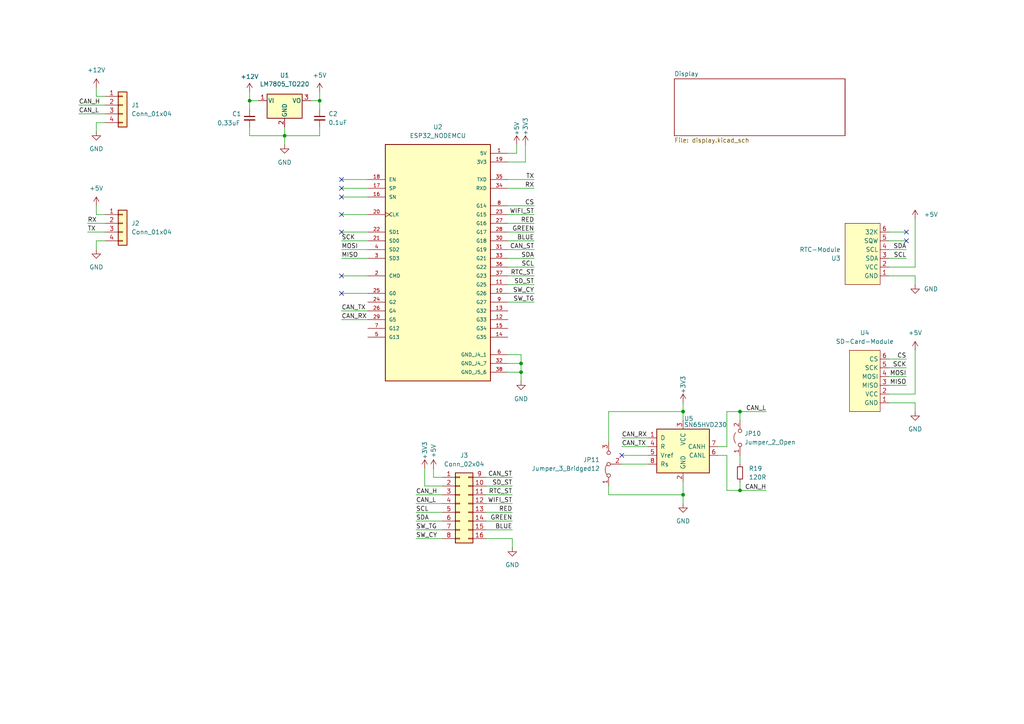
<source format=kicad_sch>
(kicad_sch (version 20231120) (generator "eeschema") (generator_version "8.0")
  (paper "A4")
  (lib_symbols
    (symbol "+5V_1" (power) (pin_numbers hide) (pin_names (offset 0) hide)
      (property "Value" "+5V" (at 0 3.556 0))
      (symbol "+5V_1_0_1"
        (polyline (pts (xy -0.762 1.27) (xy 0 2.54)))
        (polyline (pts (xy 0 0) (xy 0 2.54)))
        (polyline (pts (xy 0 2.54) (xy 0.762 1.27)))
      )
      (symbol "+5V_1_1_1"
        (pin power_in line (at 0 0 90) (length 0) (name "~") (number "1"))
      )
    )
    (symbol "Connector_Generic:Conn_01x04" (pin_names (offset 1.016) hide)
      (property "Reference" "J" (at 0 5.08 0))
      (property "Value" "Conn_01x04" (at 0 -7.62 0))
      (symbol "Conn_01x04_1_1"
        (rectangle (start -1.27 -4.953) (end 0 -5.207) (stroke (width 0.1524)))
        (rectangle (start -1.27 -2.413) (end 0 -2.667) (stroke (width 0.1524)))
        (rectangle (start -1.27 0.127) (end 0 -0.127) (stroke (width 0.1524)))
        (rectangle (start -1.27 2.667) (end 0 2.413) (stroke (width 0.1524)))
        (rectangle (start -1.27 3.81) (end 1.27 -6.35) (stroke (width 0.254)) (fill (type background)))
        (pin passive line (at -5.08 2.54 0) (length 3.81) (name "Pin_1") (number "1"))
        (pin passive line (at -5.08 0 0) (length 3.81) (name "Pin_2") (number "2"))
        (pin passive line (at -5.08 -2.54 0) (length 3.81) (name "Pin_3") (number "3"))
        (pin passive line (at -5.08 -5.08 0) (length 3.81) (name "Pin_4") (number "4"))
      )
    )
    (symbol "Connector_Generic:Conn_02x08_Top_Bottom" (pin_names (offset 1.016) hide)
      (property "Reference" "J" (at 1.27 10.16 0))
      (property "Value" "Conn_02x08_Top_Bottom" (at 1.27 -12.7 0))
      (symbol "Conn_02x08_Top_Bottom_1_1"
        (rectangle (start -1.27 -10.033) (end 0 -10.287) (stroke (width 0.1524)))
        (rectangle (start -1.27 -7.493) (end 0 -7.747) (stroke (width 0.1524)))
        (rectangle (start -1.27 -4.953) (end 0 -5.207) (stroke (width 0.1524)))
        (rectangle (start -1.27 -2.413) (end 0 -2.667) (stroke (width 0.1524)))
        (rectangle (start -1.27 0.127) (end 0 -0.127) (stroke (width 0.1524)))
        (rectangle (start -1.27 2.667) (end 0 2.413) (stroke (width 0.1524)))
        (rectangle (start -1.27 5.207) (end 0 4.953) (stroke (width 0.1524)))
        (rectangle (start -1.27 7.747) (end 0 7.493) (stroke (width 0.1524)))
        (rectangle (start -1.27 8.89) (end 3.81 -11.43) (stroke (width 0.254)) (fill (type background)))
        (rectangle (start 3.81 -10.033) (end 2.54 -10.287) (stroke (width 0.1524)))
        (rectangle (start 3.81 -7.493) (end 2.54 -7.747) (stroke (width 0.1524)))
        (rectangle (start 3.81 -4.953) (end 2.54 -5.207) (stroke (width 0.1524)))
        (rectangle (start 3.81 -2.413) (end 2.54 -2.667) (stroke (width 0.1524)))
        (rectangle (start 3.81 0.127) (end 2.54 -0.127) (stroke (width 0.1524)))
        (rectangle (start 3.81 2.667) (end 2.54 2.413) (stroke (width 0.1524)))
        (rectangle (start 3.81 5.207) (end 2.54 4.953) (stroke (width 0.1524)))
        (rectangle (start 3.81 7.747) (end 2.54 7.493) (stroke (width 0.1524)))
        (pin passive line (at -5.08 7.62 0) (length 3.81) (name "Pin_1") (number "1"))
        (pin passive line (at 7.62 5.08 180) (length 3.81) (name "Pin_10") (number "10"))
        (pin passive line (at 7.62 2.54 180) (length 3.81) (name "Pin_11") (number "11"))
        (pin passive line (at 7.62 0 180) (length 3.81) (name "Pin_12") (number "12"))
        (pin passive line (at 7.62 -2.54 180) (length 3.81) (name "Pin_13") (number "13"))
        (pin passive line (at 7.62 -5.08 180) (length 3.81) (name "Pin_14") (number "14"))
        (pin passive line (at 7.62 -7.62 180) (length 3.81) (name "Pin_15") (number "15"))
        (pin passive line (at 7.62 -10.16 180) (length 3.81) (name "Pin_16") (number "16"))
        (pin passive line (at -5.08 5.08 0) (length 3.81) (name "Pin_2") (number "2"))
        (pin passive line (at -5.08 2.54 0) (length 3.81) (name "Pin_3") (number "3"))
        (pin passive line (at -5.08 0 0) (length 3.81) (name "Pin_4") (number "4"))
        (pin passive line (at -5.08 -2.54 0) (length 3.81) (name "Pin_5") (number "5"))
        (pin passive line (at -5.08 -5.08 0) (length 3.81) (name "Pin_6") (number "6"))
        (pin passive line (at -5.08 -7.62 0) (length 3.81) (name "Pin_7") (number "7"))
        (pin passive line (at -5.08 -10.16 0) (length 3.81) (name "Pin_8") (number "8"))
        (pin passive line (at 7.62 7.62 180) (length 3.81) (name "Pin_9") (number "9"))
      )
    )
    (symbol "Device:C_Small" (pin_numbers hide) (pin_names (offset 0.254) hide)
      (property "Reference" "C" (at 0.254 1.778 0))
      (property "Value" "C_Small" (at 0.254 -2.032 0))
      (symbol "C_Small_0_1"
        (polyline (pts (xy -1.524 -0.508) (xy 1.524 -0.508)) (stroke (width 0.3302)))
        (polyline (pts (xy -1.524 0.508) (xy 1.524 0.508)) (stroke (width 0.3048)))
      )
      (symbol "C_Small_1_1"
        (pin passive line (at 0 2.54 270) (length 2.032) (name "~") (number "1"))
        (pin passive line (at 0 -2.54 90) (length 2.032) (name "~") (number "2"))
      )
    )
    (symbol "Device:R_Small" (pin_numbers hide) (pin_names (offset 0.254) hide)
      (property "Reference" "R" (at 0.762 0.508 0))
      (property "Value" "R_Small" (at 0.762 -1.016 0))
      (symbol "R_Small_0_1"
        (rectangle (start -0.762 1.778) (end 0.762 -1.778) (stroke (width 0.2032)))
      )
      (symbol "R_Small_1_1"
        (pin passive line (at 0 2.54 270) (length 0.762) (name "~") (number "1"))
        (pin passive line (at 0 -2.54 90) (length 0.762) (name "~") (number "2"))
      )
    )
    (symbol "ESP32_NODEMCU:ESP32_NODEMCU" (pin_names (offset 1.016))
      (property "Reference" "U3" (at 0 40.64 0))
      (property "Value" "ESP32_NODEMCU" (at 0 38.1 0))
      (symbol "ESP32_NODEMCU_0_0"
        (rectangle (start -15.24 -33.02) (end 15.24 35.56) (stroke (width 0.254)) (fill (type background)))
      )
      (symbol "ESP32_NODEMCU_1_0"
        (pin power_in line (at 20.32 33.02 180) (length 5.08) (name "5V") (number "1"))
        (pin bidirectional line (at 20.32 -7.62 180) (length 5.08) (name "G26") (number "10"))
        (pin bidirectional line (at 20.32 -5.08 180) (length 5.08) (name "G25") (number "11"))
        (pin bidirectional line (at 20.32 -15.24 180) (length 5.08) (name "G33") (number "12"))
        (pin bidirectional line (at 20.32 -12.7 180) (length 5.08) (name "G32") (number "13"))
        (pin bidirectional line (at 20.32 -20.32 180) (length 5.08) (name "G35") (number "14"))
        (pin bidirectional line (at 20.32 -17.78 180) (length 5.08) (name "G34") (number "15"))
        (pin input line (at -20.32 20.32 0) (length 5.08) (name "SN") (number "16"))
        (pin input line (at -20.32 22.86 0) (length 5.08) (name "SP") (number "17"))
        (pin input line (at -20.32 25.4 0) (length 5.08) (name "EN") (number "18"))
        (pin power_in line (at 20.32 30.48 180) (length 5.08) (name "3V3") (number "19"))
        (pin bidirectional line (at -20.32 -2.54 0) (length 5.08) (name "CMD") (number "2"))
        (pin input clock (at -20.32 15.24 0) (length 5.08) (name "CLK") (number "20"))
        (pin bidirectional line (at -20.32 7.62 0) (length 5.08) (name "SD0") (number "21"))
        (pin bidirectional line (at -20.32 10.16 0) (length 5.08) (name "SD1") (number "22"))
        (pin bidirectional line (at 20.32 15.24 180) (length 5.08) (name "G15") (number "23"))
        (pin bidirectional line (at -20.32 -10.16 0) (length 5.08) (name "G2") (number "24"))
        (pin bidirectional line (at -20.32 -7.62 0) (length 5.08) (name "G0") (number "25"))
        (pin bidirectional line (at -20.32 -12.7 0) (length 5.08) (name "G4") (number "26"))
        (pin bidirectional line (at 20.32 12.7 180) (length 5.08) (name "G16") (number "27"))
        (pin bidirectional line (at 20.32 10.16 180) (length 5.08) (name "G17") (number "28"))
        (pin bidirectional line (at -20.32 -15.24 0) (length 5.08) (name "G5") (number "29"))
        (pin bidirectional line (at -20.32 2.54 0) (length 5.08) (name "SD3") (number "3"))
        (pin bidirectional line (at 20.32 7.62 180) (length 5.08) (name "G18") (number "30"))
        (pin bidirectional line (at 20.32 5.08 180) (length 5.08) (name "G19") (number "31"))
        (pin power_in line (at 20.32 -27.94 180) (length 5.08) (name "GND_J4_7") (number "32"))
        (pin bidirectional line (at 20.32 2.54 180) (length 5.08) (name "G21") (number "33"))
        (pin input line (at 20.32 22.86 180) (length 5.08) (name "RXD") (number "34"))
        (pin output line (at 20.32 25.4 180) (length 5.08) (name "TXD") (number "35"))
        (pin bidirectional line (at 20.32 0 180) (length 5.08) (name "G22") (number "36"))
        (pin bidirectional line (at 20.32 -2.54 180) (length 5.08) (name "G23") (number "37"))
        (pin power_in line (at 20.32 -30.48 180) (length 5.08) (name "GND_J5_6") (number "38"))
        (pin bidirectional line (at -20.32 5.08 0) (length 5.08) (name "SD2") (number "4"))
        (pin bidirectional line (at -20.32 -20.32 0) (length 5.08) (name "G13") (number "5"))
        (pin power_in line (at 20.32 -25.4 180) (length 5.08) (name "GND_J4_1") (number "6"))
        (pin bidirectional line (at -20.32 -17.78 0) (length 5.08) (name "G12") (number "7"))
        (pin bidirectional line (at 20.32 17.78 180) (length 5.08) (name "G14") (number "8"))
        (pin bidirectional line (at 20.32 -10.16 180) (length 5.08) (name "G27") (number "9"))
      )
    )
    (symbol "Interface_CAN_LIN:SN65HVD230" (pin_names (offset 1.016))
      (property "Reference" "U" (at -2.54 10.16 0))
      (property "Value" "SN65HVD230" (at -2.54 7.62 0))
      (symbol "SN65HVD230_0_1"
        (rectangle (start -7.62 5.08) (end 7.62 -7.62) (stroke (width 0.254)) (fill (type background)))
      )
      (symbol "SN65HVD230_1_1"
        (pin input line (at -10.16 2.54 0) (length 2.54) (name "D") (number "1"))
        (pin power_in line (at 0 -10.16 90) (length 2.54) (name "GND") (number "2"))
        (pin power_in line (at 0 7.62 270) (length 2.54) (name "VCC") (number "3"))
        (pin output line (at -10.16 0 0) (length 2.54) (name "R") (number "4"))
        (pin output line (at -10.16 -2.54 0) (length 2.54) (name "Vref") (number "5"))
        (pin bidirectional line (at 10.16 -2.54 180) (length 2.54) (name "CANL") (number "6"))
        (pin bidirectional line (at 10.16 0 180) (length 2.54) (name "CANH") (number "7"))
        (pin input line (at -10.16 -5.08 0) (length 2.54) (name "Rs") (number "8"))
      )
    )
    (symbol "Jumper:Jumper_2_Open" (pin_names (offset 0) hide)
      (property "Reference" "JP" (at 0 2.794 0))
      (property "Value" "Jumper_2_Open" (at 0 -2.286 0))
      (symbol "Jumper_2_Open_0_0"
        (circle (center -2.032 0) (radius 0.508))
        (circle (center 2.032 0) (radius 0.508))
      )
      (symbol "Jumper_2_Open_0_1"
        (arc (start 1.524 1.27) (mid 0 1.778) (end -1.524 1.27))
      )
      (symbol "Jumper_2_Open_1_1"
        (pin passive line (at -5.08 0 0) (length 2.54) (name "A") (number "1"))
        (pin passive line (at 5.08 0 180) (length 2.54) (name "B") (number "2"))
      )
    )
    (symbol "Jumper:Jumper_3_Bridged12" (pin_names (offset 0) hide)
      (property "Reference" "JP" (at -2.54 -2.54 0))
      (property "Value" "Jumper_3_Bridged12" (at 0 2.794 0))
      (symbol "Jumper_3_Bridged12_0_0"
        (circle (center -3.302 0) (radius 0.508))
        (circle (center 0 0) (radius 0.508))
        (circle (center 3.302 0) (radius 0.508))
      )
      (symbol "Jumper_3_Bridged12_0_1"
        (arc (start -0.254 0.508) (mid -1.651 0.9912) (end -3.048 0.508))
        (polyline (pts (xy 0 -1.27) (xy 0 -0.508)))
      )
      (symbol "Jumper_3_Bridged12_1_1"
        (pin passive line (at -6.35 0 0) (length 2.54) (name "A") (number "1"))
        (pin passive line (at 0 -3.81 90) (length 2.54) (name "C") (number "2"))
        (pin passive line (at 6.35 0 180) (length 2.54) (name "B") (number "3"))
      )
    )
    (symbol "RTC-Module:RTC-Module"
      (property "Reference" "U3" (at 6.35 -7.62 0))
      (property "Value" "RTC-Module" (at 6.35 -10.16 0))
      (symbol "RTC-Module_1_1"
        (rectangle (start -5.08 0) (end 5.08 -17.78) (fill (type background)))
        (pin passive line (at -7.62 -2.54 0) (length 2.54) (name "GND") (number "1"))
        (pin power_in line (at -7.62 -5.08 0) (length 2.54) (name "VCC") (number "2"))
        (pin bidirectional line (at -7.62 -7.62 0) (length 2.54) (name "SDA") (number "3"))
        (pin bidirectional line (at -7.62 -10.16 0) (length 2.54) (name "SCL") (number "4"))
        (pin output line (at -7.62 -12.7 0) (length 2.54) (name "SQW") (number "5"))
        (pin output line (at -7.62 -15.24 0) (length 2.54) (name "32K") (number "6"))
      )
    )
    (symbol "Regulator_Linear:LM7805_TO220" (pin_names (offset 0.254))
      (property "Reference" "U" (at -3.81 3.175 0))
      (property "Value" "LM7805_TO220" (at 0 3.175 0))
      (symbol "LM7805_TO220_0_1"
        (rectangle (start -5.08 1.905) (end 5.08 -5.08) (stroke (width 0.254)) (fill (type background)))
      )
      (symbol "LM7805_TO220_1_1"
        (pin power_in line (at -7.62 0 0) (length 2.54) (name "VI") (number "1"))
        (pin power_in line (at 0 -7.62 90) (length 2.54) (name "GND") (number "2"))
        (pin power_out line (at 7.62 0 180) (length 2.54) (name "VO") (number "3"))
      )
    )
    (symbol "SD-Card-Module:SD-Card-Module"
      (property "Reference" "U" (at 0 0 0))
      (property "Value" "SD-Card-Module" (at 0 -2.54 0))
      (symbol "SD-Card-Module_1_1"
        (rectangle (start -3.81 -5.08) (end 5.08 -22.86) (fill (type background)))
        (pin passive line (at 7.62 -20.32 180) (length 2.54) (name "GND") (number "1"))
        (pin power_in line (at 7.62 -17.78 180) (length 2.54) (name "VCC") (number "2"))
        (pin bidirectional line (at 7.62 -15.24 180) (length 2.54) (name "MISO") (number "3"))
        (pin bidirectional line (at 7.62 -12.7 180) (length 2.54) (name "MOSI") (number "4"))
        (pin bidirectional line (at 7.62 -10.16 180) (length 2.54) (name "SCK") (number "5"))
        (pin bidirectional line (at 7.62 -7.62 180) (length 2.54) (name "CS") (number "6"))
      )
    )
    (symbol "power:+12V" (power) (pin_names (offset 0))
      (property "Value" "+12V" (at 0 3.556 0))
      (symbol "+12V_0_1"
        (polyline (pts (xy -0.762 1.27) (xy 0 2.54)))
        (polyline (pts (xy 0 0) (xy 0 2.54)))
        (polyline (pts (xy 0 2.54) (xy 0.762 1.27)))
      )
      (symbol "+12V_1_1"
        (pin power_in line (at 0 0 90) (length 0) hide (name "+12V") (number "1"))
      )
    )
    (symbol "power:+3V3" (power) (pin_names (offset 0))
      (property "Value" "+3V3" (at 0 3.556 0))
      (symbol "+3V3_0_1"
        (polyline (pts (xy -0.762 1.27) (xy 0 2.54)))
        (polyline (pts (xy 0 0) (xy 0 2.54)))
        (polyline (pts (xy 0 2.54) (xy 0.762 1.27)))
      )
      (symbol "+3V3_1_1"
        (pin power_in line (at 0 0 90) (length 0) hide (name "+3V3") (number "1"))
      )
    )
    (symbol "power:+5V" (power) (pin_names (offset 0))
      (property "Value" "+5V" (at 0 3.556 0))
      (symbol "+5V_0_1"
        (polyline (pts (xy -0.762 1.27) (xy 0 2.54)))
        (polyline (pts (xy 0 0) (xy 0 2.54)))
        (polyline (pts (xy 0 2.54) (xy 0.762 1.27)))
      )
      (symbol "+5V_1_1"
        (pin power_in line (at 0 0 90) (length 0) hide (name "+5V") (number "1"))
      )
    )
    (symbol "power:GND" (power) (pin_names (offset 0))
      (property "Value" "GND" (at 0 -3.81 0))
      (symbol "GND_0_1"
        (polyline (pts (xy 0 0) (xy 0 -1.27) (xy 1.27 -1.27) (xy 0 -2.54) (xy -1.27 -1.27) (xy 0 -1.27)))
      )
      (symbol "GND_1_1"
        (pin power_in line (at 0 0 270) (length 0) hide (name "GND") (number "1"))
      )
    )
  )
  (junction (at 92.71 29.21))
  (junction (at 151.13 107.95))
  (junction (at 198.12 119.38))
  (junction (at 82.55 39.37))
  (junction (at 214.63 142.24))
  (junction (at 214.63 119.38))
  (junction (at 72.39 29.21))
  (junction (at 151.13 105.41))
  (junction (at 198.12 143.51))
  (no_connect (at 99.06 67.31))
  (no_connect (at 180.34 132.08))
  (no_connect (at 99.06 52.07))
  (no_connect (at 99.06 85.09))
  (no_connect (at 262.89 69.85))
  (no_connect (at 262.89 67.31))
  (no_connect (at 99.06 80.01))
  (no_connect (at 99.06 62.23))
  (no_connect (at 99.06 54.61))
  (no_connect (at 99.06 57.15))
  (wire (pts (xy 214.63 132.08) (xy 214.63 134.62)))
  (wire (pts (xy 147.32 62.23) (xy 154.94 62.23)))
  (wire (pts (xy 262.89 67.31) (xy 257.81 67.31)))
  (wire (pts (xy 257.81 74.93) (xy 262.89 74.93)))
  (wire (pts (xy 147.32 82.55) (xy 154.94 82.55)))
  (wire (pts (xy 30.48 27.94) (xy 27.94 27.94)))
  (wire (pts (xy 176.53 119.38) (xy 198.12 119.38)))
  (wire (pts (xy 147.32 74.93) (xy 154.94 74.93)))
  (wire (pts (xy 22.86 33.02) (xy 30.48 33.02)))
  (wire (pts (xy 210.82 119.38) (xy 210.82 129.54)))
  (wire (pts (xy 99.06 52.07) (xy 106.68 52.07)))
  (wire (pts (xy 147.32 54.61) (xy 154.94 54.61)))
  (wire (pts (xy 99.06 80.01) (xy 106.68 80.01)))
  (wire (pts (xy 257.81 77.47) (xy 265.43 77.47)))
  (wire (pts (xy 147.32 59.69) (xy 154.94 59.69)))
  (wire (pts (xy 265.43 101.6) (xy 265.43 114.3)))
  (wire (pts (xy 99.06 67.31) (xy 106.68 67.31)))
  (wire (pts (xy 30.48 64.77) (xy 25.4 64.77)))
  (wire (pts (xy 180.34 132.08) (xy 187.96 132.08)))
  (wire (pts (xy 147.32 52.07) (xy 154.94 52.07)))
  (wire (pts (xy 176.53 143.51) (xy 198.12 143.51)))
  (wire (pts (xy 120.65 156.21) (xy 128.27 156.21)))
  (wire (pts (xy 257.81 104.14) (xy 262.89 104.14)))
  (wire (pts (xy 152.4 41.91) (xy 152.4 46.99)))
  (wire (pts (xy 149.86 41.91) (xy 149.86 44.45)))
  (wire (pts (xy 147.32 107.95) (xy 151.13 107.95)))
  (wire (pts (xy 147.32 105.41) (xy 151.13 105.41)))
  (wire (pts (xy 92.71 39.37) (xy 92.71 36.83)))
  (wire (pts (xy 147.32 102.87) (xy 151.13 102.87)))
  (wire (pts (xy 257.81 116.84) (xy 265.43 116.84)))
  (wire (pts (xy 210.82 142.24) (xy 210.82 132.08)))
  (wire (pts (xy 120.65 146.05) (xy 128.27 146.05)))
  (wire (pts (xy 27.94 62.23) (xy 30.48 62.23)))
  (wire (pts (xy 125.73 135.89) (xy 125.73 138.43)))
  (wire (pts (xy 180.34 127) (xy 187.96 127)))
  (wire (pts (xy 198.12 116.84) (xy 198.12 119.38)))
  (wire (pts (xy 125.73 138.43) (xy 128.27 138.43)))
  (wire (pts (xy 22.86 30.48) (xy 30.48 30.48)))
  (wire (pts (xy 106.68 72.39) (xy 99.06 72.39)))
  (wire (pts (xy 82.55 39.37) (xy 92.71 39.37)))
  (wire (pts (xy 82.55 39.37) (xy 82.55 41.91)))
  (wire (pts (xy 151.13 107.95) (xy 151.13 105.41)))
  (wire (pts (xy 27.94 25.4) (xy 27.94 27.94)))
  (wire (pts (xy 90.17 29.21) (xy 92.71 29.21)))
  (wire (pts (xy 265.43 80.01) (xy 257.81 80.01)))
  (wire (pts (xy 82.55 36.83) (xy 82.55 39.37)))
  (wire (pts (xy 140.97 143.51) (xy 148.59 143.51)))
  (wire (pts (xy 180.34 134.62) (xy 187.96 134.62)))
  (wire (pts (xy 99.06 57.15) (xy 106.68 57.15)))
  (wire (pts (xy 106.68 69.85) (xy 99.06 69.85)))
  (wire (pts (xy 198.12 119.38) (xy 198.12 121.92)))
  (wire (pts (xy 210.82 142.24) (xy 214.63 142.24)))
  (wire (pts (xy 151.13 105.41) (xy 151.13 102.87)))
  (wire (pts (xy 120.65 151.13) (xy 128.27 151.13)))
  (wire (pts (xy 147.32 72.39) (xy 154.94 72.39)))
  (wire (pts (xy 72.39 39.37) (xy 82.55 39.37)))
  (wire (pts (xy 147.32 67.31) (xy 154.94 67.31)))
  (wire (pts (xy 147.32 64.77) (xy 154.94 64.77)))
  (wire (pts (xy 106.68 74.93) (xy 99.06 74.93)))
  (wire (pts (xy 140.97 151.13) (xy 148.59 151.13)))
  (wire (pts (xy 147.32 46.99) (xy 152.4 46.99)))
  (wire (pts (xy 72.39 29.21) (xy 72.39 31.75)))
  (wire (pts (xy 257.81 106.68) (xy 262.89 106.68)))
  (wire (pts (xy 214.63 119.38) (xy 214.63 121.92)))
  (wire (pts (xy 120.65 148.59) (xy 128.27 148.59)))
  (wire (pts (xy 147.32 69.85) (xy 154.94 69.85)))
  (wire (pts (xy 265.43 114.3) (xy 257.81 114.3)))
  (wire (pts (xy 140.97 146.05) (xy 148.59 146.05)))
  (wire (pts (xy 92.71 29.21) (xy 92.71 31.75)))
  (wire (pts (xy 257.81 111.76) (xy 262.89 111.76)))
  (wire (pts (xy 176.53 140.97) (xy 176.53 143.51)))
  (wire (pts (xy 198.12 146.05) (xy 198.12 143.51)))
  (wire (pts (xy 147.32 44.45) (xy 149.86 44.45)))
  (wire (pts (xy 154.94 87.63) (xy 147.32 87.63)))
  (wire (pts (xy 198.12 139.7) (xy 198.12 143.51)))
  (wire (pts (xy 222.25 119.38) (xy 214.63 119.38)))
  (wire (pts (xy 30.48 35.56) (xy 27.94 35.56)))
  (wire (pts (xy 30.48 69.85) (xy 27.94 69.85)))
  (wire (pts (xy 154.94 85.09) (xy 147.32 85.09)))
  (wire (pts (xy 99.06 62.23) (xy 106.68 62.23)))
  (wire (pts (xy 123.19 140.97) (xy 128.27 140.97)))
  (wire (pts (xy 151.13 107.95) (xy 151.13 110.49)))
  (wire (pts (xy 140.97 148.59) (xy 148.59 148.59)))
  (wire (pts (xy 176.53 128.27) (xy 176.53 119.38)))
  (wire (pts (xy 27.94 59.69) (xy 27.94 62.23)))
  (wire (pts (xy 99.06 85.09) (xy 106.68 85.09)))
  (wire (pts (xy 140.97 138.43) (xy 148.59 138.43)))
  (wire (pts (xy 99.06 90.17) (xy 106.68 90.17)))
  (wire (pts (xy 214.63 119.38) (xy 210.82 119.38)))
  (wire (pts (xy 140.97 153.67) (xy 148.59 153.67)))
  (wire (pts (xy 123.19 135.89) (xy 123.19 140.97)))
  (wire (pts (xy 99.06 92.71) (xy 106.68 92.71)))
  (wire (pts (xy 72.39 36.83) (xy 72.39 39.37)))
  (wire (pts (xy 120.65 153.67) (xy 128.27 153.67)))
  (wire (pts (xy 140.97 156.21) (xy 148.59 156.21)))
  (wire (pts (xy 120.65 143.51) (xy 128.27 143.51)))
  (wire (pts (xy 147.32 80.01) (xy 154.94 80.01)))
  (wire (pts (xy 265.43 82.55) (xy 265.43 80.01)))
  (wire (pts (xy 99.06 54.61) (xy 106.68 54.61)))
  (wire (pts (xy 210.82 132.08) (xy 208.28 132.08)))
  (wire (pts (xy 92.71 26.67) (xy 92.71 29.21)))
  (wire (pts (xy 72.39 29.21) (xy 74.93 29.21)))
  (wire (pts (xy 147.32 77.47) (xy 154.94 77.47)))
  (wire (pts (xy 210.82 129.54) (xy 208.28 129.54)))
  (wire (pts (xy 214.63 139.7) (xy 214.63 142.24)))
  (wire (pts (xy 257.81 109.22) (xy 262.89 109.22)))
  (wire (pts (xy 27.94 69.85) (xy 27.94 72.39)))
  (wire (pts (xy 265.43 116.84) (xy 265.43 119.38)))
  (wire (pts (xy 180.34 129.54) (xy 187.96 129.54)))
  (wire (pts (xy 140.97 140.97) (xy 148.59 140.97)))
  (wire (pts (xy 262.89 69.85) (xy 257.81 69.85)))
  (wire (pts (xy 27.94 35.56) (xy 27.94 38.1)))
  (wire (pts (xy 30.48 67.31) (xy 25.4 67.31)))
  (wire (pts (xy 72.39 26.67) (xy 72.39 29.21)))
  (wire (pts (xy 265.43 63.5) (xy 265.43 77.47)))
  (wire (pts (xy 148.59 156.21) (xy 148.59 158.75)))
  (wire (pts (xy 257.81 72.39) (xy 262.89 72.39)))
  (wire (pts (xy 214.63 142.24) (xy 222.25 142.24)))
  (label "CAN_RX" (at 180.34 127 0))
  (label "CAN_H" (at 120.65 143.51 0))
  (label "CAN_RX" (at 99.06 92.71 0))
  (label "SDA" (at 154.94 74.93 180))
  (label "SCL" (at 120.65 148.59 0))
  (label "SCL" (at 262.89 74.93 180))
  (label "CS" (at 154.94 59.69 180))
  (label "CAN_ST" (at 148.59 138.43 180))
  (label "CAN_ST" (at 154.94 72.39 180))
  (label "RX" (at 154.94 54.61 180))
  (label "WIFI_ST" (at 148.59 146.05 180))
  (label "SCK" (at 262.89 106.68 180))
  (label "CAN_TX" (at 180.34 129.54 0))
  (label "SDA" (at 262.89 72.39 180))
  (label "CAN_L" (at 22.86 33.02 0))
  (label "MOSI" (at 262.89 109.22 180))
  (label "TX" (at 25.4 67.31 0))
  (label "RED" (at 154.94 64.77 180))
  (label "SCK" (at 99.06 69.85 0))
  (label "SCL" (at 154.94 77.47 180))
  (label "MISO" (at 262.89 111.76 180))
  (label "SW_TG" (at 120.65 153.67 0))
  (label "RTC_ST" (at 154.94 80.01 180))
  (label "SDA" (at 120.65 151.13 0))
  (label "CAN_H" (at 222.25 142.24 180))
  (label "CAN_H" (at 22.86 30.48 0))
  (label "SD_ST" (at 154.94 82.55 180))
  (label "GREEN" (at 148.59 151.13 180))
  (label "SW_CY" (at 154.94 85.09 180))
  (label "WIFI_ST" (at 154.94 62.23 180))
  (label "MISO" (at 99.06 74.93 0))
  (label "CAN_L" (at 222.25 119.38 180))
  (label "SD_ST" (at 148.59 140.97 180))
  (label "CAN_TX" (at 99.06 90.17 0))
  (label "GREEN" (at 154.94 67.31 180))
  (label "SW_TG" (at 154.94 87.63 180))
  (label "RX" (at 25.4 64.77 0))
  (label "RED" (at 148.59 148.59 180))
  (label "RTC_ST" (at 148.59 143.51 180))
  (label "TX" (at 154.94 52.07 180))
  (label "CS" (at 262.89 104.14 180))
  (label "BLUE" (at 148.59 153.67 180))
  (label "BLUE" (at 154.94 69.85 180))
  (label "MOSI" (at 99.06 72.39 0))
  (label "SW_CY" (at 120.65 156.21 0))
  (label "CAN_L" (at 120.65 146.05 0))
  (symbol (lib_id "ESP32_NODEMCU:ESP32_NODEMCU") (at 127 77.47 0) (unit 1)
    (property "Reference" "U2" (at 127 36.83 0))
    (property "Value" "ESP32_NODEMCU" (at 127 39.37 0))
    (property "Footprint" "esp32:esp32" (effects (hide yes)))
    (property "Description" "\nNodeMCU is an open source loT platform. ESP32 is a series of low cost, low power\nsystem-on-chip (SoC) microcontrollers with integrated Wi-Fi & dual-mode Bluetooth.\n" (effects (hide yes)))
    (property "MF" "Espressif Systems" (effects (hide yes)))
    (property "MAXIMUM_PACKAGE_HEIGHT" "6.6 mm" (effects (hide yes)))
    (property "Package" "Package" (effects (hide yes)))
    (property "Price" "None" (effects (hide yes)))
    (property "Check_prices" "https://www.snapeda.com/parts/ESP32%20NodeMCU/Espressif+Systems/view-part/?ref=eda" (effects (hide yes)))
    (property "STANDARD" "Manufacturer Recommendations" (effects (hide yes)))
    (property "SnapEDA_Link" "https://www.snapeda.com/parts/ESP32%20NodeMCU/Espressif+Systems/view-part/?ref=snap" (effects (hide yes)))
    (property "MP" "ESP32 NodeMCU" (effects (hide yes)))
    (property "Availability" "Not in stock" (effects (hide yes)))
    (property "MANUFACTURER" "Espressif" (effects (hide yes)))
  )
  (symbol (lib_id "power:GND") (at 148.59 158.75 0) (unit 1)
    (property "Reference" "#PWR019" (effects (hide yes)))
    (property "Value" "GND" (at 148.59 163.83 0))
  )
  (symbol (lib_id "Device:C_Small") (at 72.39 34.29 0) (unit 1)
    (property "Reference" "C1" (at 67.31 33.02 0) (effects (justify left)))
    (property "Value" "0.33uF" (at 62.992 35.687 0) (effects (justify left)))
    (property "Footprint" "Capacitor_THT:C_Disc_D9.0mm_W5.0mm_P7.50mm" (effects (hide yes)))
  )
  (symbol (lib_id "power:+3V3") (at 152.4 41.91 0) (mirror y) (unit 1)
    (property "Reference" "#PWR07" (effects (hide yes)))
    (property "Value" "+3V3" (at 152.4 36.703 90))
  )
  (symbol (lib_id "Connector_Generic:Conn_01x04") (at 35.56 64.77 0) (unit 1)
    (property "Reference" "J2" (at 38.1 64.77 0) (effects (justify left)))
    (property "Value" "Conn_01x04" (at 38.1 67.31 0) (effects (justify left)))
    (property "Footprint" "Connector_PinSocket_2.54mm:PinSocket_1x04_P2.54mm_Horizontal" (effects (hide yes)))
  )
  (symbol (lib_id "Device:R_Small") (at 214.63 137.16 0) (unit 1)
    (property "Reference" "R19" (at 217.17 135.8899 0) (effects (justify left)))
    (property "Value" "120R" (at 217.17 138.4299 0) (effects (justify left)))
    (property "Footprint" "Resistor_THT:R_Axial_DIN0204_L3.6mm_D1.6mm_P5.08mm_Horizontal" (effects (hide yes)))
    (property "Description" "Resistor, small symbol" (effects (hide yes)))
  )
  (symbol (lib_id "power:+5V") (at 27.94 59.69 0) (unit 1)
    (property "Reference" "#PWR08" (effects (hide yes)))
    (property "Value" "+5V" (at 27.94 54.61 0))
  )
  (symbol (lib_id "power:+3V3") (at 198.12 116.84 0) (mirror y) (unit 1)
    (property "Reference" "#PWR014" (effects (hide yes)))
    (property "Value" "+3V3" (at 198.12 111.633 90))
  )
  (symbol (lib_id "RTC-Module:RTC-Module") (at 250.19 82.55 180) (unit 1)
    (property "Reference" "U3" (at 243.84 74.93 0) (effects (justify left)))
    (property "Value" "RTC-Module" (at 243.84 72.39 0) (effects (justify left)))
    (property "Footprint" "Connector_PinSocket_2.54mm:PinSocket_1x06_P2.54mm_Horizontal" (effects (hide yes)))
  )
  (symbol (lib_id "power:+5V") (at 92.71 26.67 0) (unit 1)
    (property "Reference" "#PWR03" (effects (hide yes)))
    (property "Value" "+5V" (at 92.71 21.844 0))
  )
  (symbol (lib_id "Device:C_Small") (at 92.71 34.29 0) (unit 1)
    (property "Reference" "C2" (at 95.25 33.02 0) (effects (justify left)))
    (property "Value" "0.1uF" (at 95.25 35.56 0) (effects (justify left)))
    (property "Footprint" "Capacitor_THT:C_Disc_D9.0mm_W5.0mm_P7.50mm" (effects (hide yes)))
  )
  (symbol (lib_id "power:GND") (at 82.55 41.91 0) (unit 1)
    (property "Reference" "#PWR05" (effects (hide yes)))
    (property "Value" "GND" (at 82.55 47.117 0))
  )
  (symbol (lib_id "power:+5V") (at 265.43 63.5 0) (unit 1)
    (property "Reference" "#PWR09" (effects (hide yes)))
    (property "Value" "+5V" (at 267.97 62.23 0) (effects (justify left)))
  )
  (symbol (lib_id "power:+12V") (at 72.39 26.67 0) (unit 1)
    (property "Reference" "#PWR02" (effects (hide yes)))
    (property "Value" "+12V" (at 72.39 22.225 0))
  )
  (symbol (lib_name "+5V_1") (lib_id "power:+5V") (at 125.73 135.89 0) (unit 1)
    (property "Reference" "#PWR017" (effects (hide yes)))
    (property "Value" "+5V" (at 125.73 130.81 90))
    (property "Description" "Power symbol creates a global label with name \"+5V\"" (effects (hide yes)))
  )
  (symbol (lib_id "Connector_Generic:Conn_02x08_Top_Bottom") (at 133.35 146.05 0) (unit 1)
    (property "Reference" "J3" (at 134.62 132.08 0))
    (property "Value" "Conn_02x04" (at 134.62 134.62 0))
    (property "Footprint" "Connector_IDC:IDC-Header_2x08_P2.54mm_Vertical" (effects (hide yes)))
  )
  (symbol (lib_id "power:GND") (at 151.13 110.49 0) (unit 1)
    (property "Reference" "#PWR013" (effects (hide yes)))
    (property "Value" "GND" (at 151.13 115.697 0))
  )
  (symbol (lib_id "Jumper:Jumper_2_Open") (at 214.63 127 90) (unit 1)
    (property "Reference" "JP10" (at 215.9 125.7299 90) (effects (justify right)))
    (property "Value" "Jumper_2_Open" (at 215.9 128.2699 90) (effects (justify right)))
    (property "Footprint" "Connector_PinHeader_2.54mm:PinHeader_1x02_P2.54mm_Vertical" (effects (hide yes)))
    (property "Description" "Jumper, 2-pole, open" (effects (hide yes)))
  )
  (symbol (lib_id "power:+5V") (at 149.86 41.91 0) (mirror y) (unit 1)
    (property "Reference" "#PWR06" (effects (hide yes)))
    (property "Value" "+5V" (at 149.86 37.338 90))
  )
  (symbol (lib_id "power:+3V3") (at 123.19 135.89 0) (mirror y) (unit 1)
    (property "Reference" "#PWR016" (effects (hide yes)))
    (property "Value" "+3V3" (at 123.19 130.683 90))
  )
  (symbol (lib_id "power:GND") (at 265.43 82.55 0) (unit 1)
    (property "Reference" "#PWR011" (effects (hide yes)))
    (property "Value" "GND" (at 267.97 83.82 0) (effects (justify left)))
  )
  (symbol (lib_id "Jumper:Jumper_3_Bridged12") (at 176.53 134.62 90) (unit 1)
    (property "Reference" "JP11" (at 173.99 133.3499 90) (effects (justify left)))
    (property "Value" "Jumper_3_Bridged12" (at 173.99 135.8899 90) (effects (justify left)))
    (property "Footprint" "Connector_PinHeader_2.54mm:PinHeader_1x03_P2.54mm_Vertical" (effects (hide yes)))
    (property "Description" "Jumper, 3-pole, pins 1+2 closed/bridged" (effects (hide yes)))
  )
  (symbol (lib_id "power:GND") (at 198.12 146.05 0) (unit 1)
    (property "Reference" "#PWR018" (effects (hide yes)))
    (property "Value" "GND" (at 198.12 151.13 0))
  )
  (symbol (lib_id "power:GND") (at 27.94 38.1 0) (unit 1)
    (property "Reference" "#PWR04" (effects (hide yes)))
    (property "Value" "GND" (at 27.94 43.18 0))
  )
  (symbol (lib_id "power:+5V") (at 265.43 101.6 0) (unit 1)
    (property "Reference" "#PWR012" (effects (hide yes)))
    (property "Value" "+5V" (at 265.43 96.52 0))
  )
  (symbol (lib_id "power:GND") (at 265.43 119.38 0) (unit 1)
    (property "Reference" "#PWR015" (effects (hide yes)))
    (property "Value" "GND" (at 265.43 124.46 0))
  )
  (symbol (lib_id "SD-Card-Module:SD-Card-Module") (at 250.19 96.52 0) (unit 1)
    (property "Reference" "U4" (at 250.825 96.52 0))
    (property "Value" "SD-Card-Module" (at 250.825 99.06 0))
    (property "Footprint" "Connector_PinSocket_2.54mm:PinSocket_1x06_P2.54mm_Horizontal" (effects (hide yes)))
  )
  (symbol (lib_id "Regulator_Linear:LM7805_TO220") (at 82.55 29.21 0) (unit 1)
    (property "Reference" "U1" (at 82.55 21.844 0))
    (property "Value" "LM7805_TO220" (at 82.55 24.384 0))
    (property "Footprint" "Package_TO_SOT_THT:TO-220-3_Vertical" (effects (hide yes)))
    (property "Datasheet" "https://www.onsemi.cn/PowerSolutions/document/MC7800-D.PDF" (effects (hide yes)))
  )
  (symbol (lib_id "power:GND") (at 27.94 72.39 0) (unit 1)
    (property "Reference" "#PWR010" (effects (hide yes)))
    (property "Value" "GND" (at 27.94 77.47 0))
  )
  (symbol (lib_id "Connector_Generic:Conn_01x04") (at 35.56 30.48 0) (unit 1)
    (property "Reference" "J1" (at 38.1 30.48 0) (effects (justify left)))
    (property "Value" "Conn_01x04" (at 38.1 33.02 0) (effects (justify left)))
    (property "Footprint" "TerminalBlock_Phoenix:TerminalBlock_Phoenix_MKDS-1,5-4-5.08_1x04_P5.08mm_Horizontal" (effects (hide yes)))
  )
  (symbol (lib_id "Interface_CAN_LIN:SN65HVD230") (at 198.12 129.54 0) (unit 1)
    (property "Reference" "U5" (at 198.374 121.412 0) (effects (justify left)))
    (property "Value" "SN65HVD230" (at 198.374 123.19 0) (effects (justify left)))
    (property "Footprint" "Package_SO:SOIC-8_3.9x4.9mm_P1.27mm" (effects (hide yes)))
    (property "Datasheet" "http://www.ti.com/lit/ds/symlink/sn65hvd230.pdf" (effects (hide yes)))
  )
  (symbol (lib_id "power:+12V") (at 27.94 25.4 0) (unit 1)
    (property "Reference" "#PWR01" (effects (hide yes)))
    (property "Value" "+12V" (at 27.94 20.32 0))
  )
  (sheet (at 195.58 22.86) (size 49.53 16.51) (stroke (width 0.1524))
    (property "Sheetname" "Display" (at 195.58 22.1484 0) (effects (justify left bottom)))
    (property "Sheetfile" "display.kicad_sch" (at 195.58 39.9546 0) (effects (justify left top)))
  )
)
</source>
